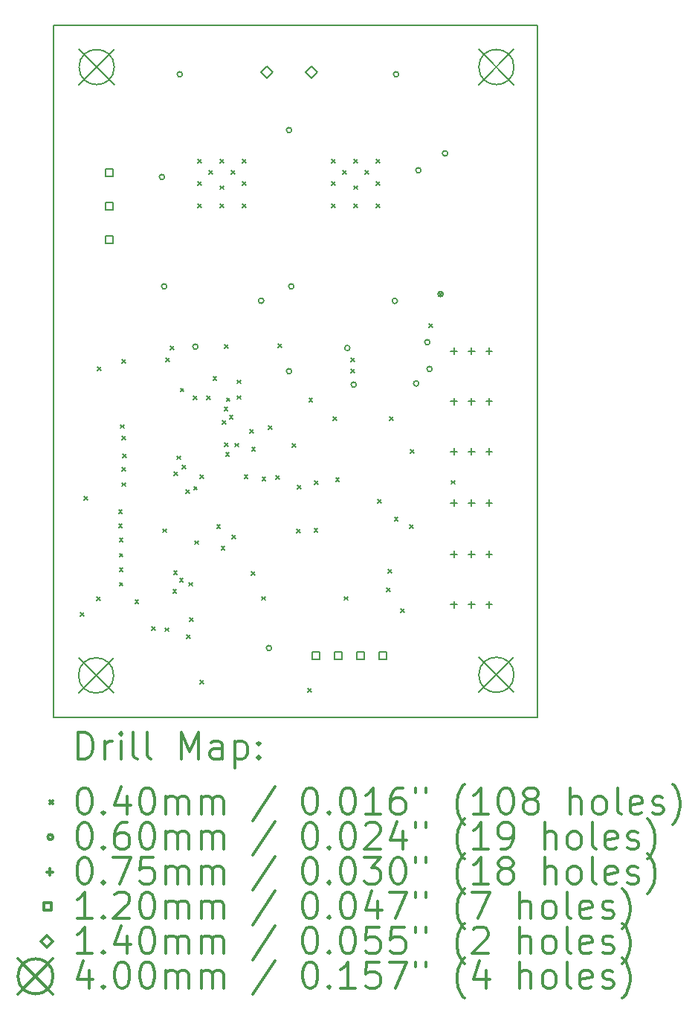
<source format=gbr>
%FSLAX45Y45*%
G04 Gerber Fmt 4.5, Leading zero omitted, Abs format (unit mm)*
G04 Created by KiCad (PCBNEW 5.0.2+dfsg1-1~bpo9+1) date mer. 22 janv. 2020 15:14:50 CET*
%MOMM*%
%LPD*%
G01*
G04 APERTURE LIST*
%ADD10C,0.150000*%
%ADD11C,0.200000*%
%ADD12C,0.300000*%
G04 APERTURE END LIST*
D10*
X17259300Y-1752600D02*
X17272000Y-1752600D01*
X17259300Y-9626600D02*
X17259300Y-1752600D01*
X22771100Y-9626600D02*
X17259300Y-9626600D01*
X22771100Y-1752600D02*
X22771100Y-9626600D01*
X17272000Y-1752600D02*
X22771100Y-1752600D01*
D11*
X17563150Y-8438200D02*
X17603150Y-8478200D01*
X17603150Y-8438200D02*
X17563150Y-8478200D01*
X17607600Y-7117400D02*
X17647600Y-7157400D01*
X17647600Y-7117400D02*
X17607600Y-7157400D01*
X17747300Y-8260400D02*
X17787300Y-8300400D01*
X17787300Y-8260400D02*
X17747300Y-8300400D01*
X17760000Y-5644200D02*
X17800000Y-5684200D01*
X17800000Y-5644200D02*
X17760000Y-5684200D01*
X18000021Y-7264751D02*
X18040021Y-7304751D01*
X18040021Y-7264751D02*
X18000021Y-7304751D01*
X18000021Y-7426239D02*
X18040021Y-7466239D01*
X18040021Y-7426239D02*
X18000021Y-7466239D01*
X18006371Y-7591339D02*
X18046371Y-7631339D01*
X18046371Y-7591339D02*
X18006371Y-7631339D01*
X18006371Y-7762789D02*
X18046371Y-7802789D01*
X18046371Y-7762789D02*
X18006371Y-7802789D01*
X18006371Y-7925151D02*
X18046371Y-7965151D01*
X18046371Y-7925151D02*
X18006371Y-7965151D01*
X18006371Y-8092989D02*
X18046371Y-8132989D01*
X18046371Y-8092989D02*
X18006371Y-8132989D01*
X18020350Y-6298250D02*
X18060350Y-6338250D01*
X18060350Y-6298250D02*
X18020350Y-6338250D01*
X18038459Y-6426191D02*
X18078459Y-6466191D01*
X18078459Y-6426191D02*
X18038459Y-6466191D01*
X18039400Y-5555300D02*
X18079400Y-5595300D01*
X18079400Y-5555300D02*
X18039400Y-5595300D01*
X18039400Y-6787200D02*
X18079400Y-6827200D01*
X18079400Y-6787200D02*
X18039400Y-6827200D01*
X18039400Y-6958650D02*
X18079400Y-6998650D01*
X18079400Y-6958650D02*
X18039400Y-6998650D01*
X18045750Y-6634800D02*
X18085750Y-6674800D01*
X18085750Y-6634800D02*
X18045750Y-6674800D01*
X18185450Y-8292150D02*
X18225450Y-8332150D01*
X18225450Y-8292150D02*
X18185450Y-8332150D01*
X18376051Y-8595300D02*
X18416051Y-8635300D01*
X18416051Y-8595300D02*
X18376051Y-8635300D01*
X18501671Y-7483389D02*
X18541671Y-7523389D01*
X18541671Y-7483389D02*
X18501671Y-7523389D01*
X18528350Y-8609650D02*
X18568350Y-8649650D01*
X18568350Y-8609650D02*
X18528350Y-8649650D01*
X18536934Y-5540366D02*
X18576934Y-5580366D01*
X18576934Y-5540366D02*
X18536934Y-5580366D01*
X18585500Y-5402900D02*
X18625500Y-5442900D01*
X18625500Y-5402900D02*
X18585500Y-5442900D01*
X18617250Y-8171500D02*
X18657250Y-8211500D01*
X18657250Y-8171500D02*
X18617250Y-8211500D01*
X18625301Y-7963651D02*
X18665301Y-8003651D01*
X18665301Y-7963651D02*
X18625301Y-8003651D01*
X18629950Y-6838000D02*
X18669950Y-6878000D01*
X18669950Y-6838000D02*
X18629950Y-6878000D01*
X18661700Y-6653850D02*
X18701700Y-6693850D01*
X18701700Y-6653850D02*
X18661700Y-6693850D01*
X18692251Y-8048537D02*
X18732251Y-8088537D01*
X18732251Y-8048537D02*
X18692251Y-8088537D01*
X18700999Y-5882450D02*
X18740999Y-5922450D01*
X18740999Y-5882450D02*
X18700999Y-5922450D01*
X18720049Y-6761800D02*
X18760049Y-6801800D01*
X18760049Y-6761800D02*
X18720049Y-6801800D01*
X18764052Y-7041059D02*
X18804052Y-7081059D01*
X18804052Y-7041059D02*
X18764052Y-7081059D01*
X18776000Y-8692200D02*
X18816000Y-8732200D01*
X18816000Y-8692200D02*
X18776000Y-8732200D01*
X18798035Y-8092520D02*
X18838035Y-8132520D01*
X18838035Y-8092520D02*
X18798035Y-8132520D01*
X18807750Y-8495350D02*
X18847750Y-8535350D01*
X18847750Y-8495350D02*
X18807750Y-8535350D01*
X18851001Y-5969277D02*
X18891001Y-6009277D01*
X18891001Y-5969277D02*
X18851001Y-6009277D01*
X18854997Y-6999475D02*
X18894997Y-7039475D01*
X18894997Y-6999475D02*
X18854997Y-7039475D01*
X18866099Y-7619050D02*
X18906099Y-7659050D01*
X18906099Y-7619050D02*
X18866099Y-7659050D01*
X18903000Y-3282000D02*
X18943000Y-3322000D01*
X18943000Y-3282000D02*
X18903000Y-3322000D01*
X18903000Y-3536000D02*
X18943000Y-3576000D01*
X18943000Y-3536000D02*
X18903000Y-3576000D01*
X18903000Y-3790000D02*
X18943000Y-3830000D01*
X18943000Y-3790000D02*
X18903000Y-3830000D01*
X18928400Y-6869750D02*
X18968400Y-6909750D01*
X18968400Y-6869750D02*
X18928400Y-6909750D01*
X18928400Y-9206550D02*
X18968400Y-9246550D01*
X18968400Y-9206550D02*
X18928400Y-9246550D01*
X19004600Y-5974400D02*
X19044600Y-6014400D01*
X19044600Y-5974400D02*
X19004600Y-6014400D01*
X19030000Y-3409000D02*
X19070000Y-3449000D01*
X19070000Y-3409000D02*
X19030000Y-3449000D01*
X19074450Y-5752150D02*
X19114450Y-5792150D01*
X19114450Y-5752150D02*
X19074450Y-5792150D01*
X19117701Y-7434347D02*
X19157701Y-7474347D01*
X19157701Y-7434347D02*
X19117701Y-7474347D01*
X19157000Y-3282000D02*
X19197000Y-3322000D01*
X19197000Y-3282000D02*
X19157000Y-3322000D01*
X19157000Y-3579500D02*
X19197000Y-3619500D01*
X19197000Y-3579500D02*
X19157000Y-3619500D01*
X19157000Y-3790000D02*
X19197000Y-3830000D01*
X19197000Y-3790000D02*
X19157000Y-3830000D01*
X19168501Y-7680840D02*
X19208501Y-7720840D01*
X19208501Y-7680840D02*
X19168501Y-7720840D01*
X19181201Y-6253800D02*
X19221201Y-6293800D01*
X19221201Y-6253800D02*
X19181201Y-6293800D01*
X19201450Y-6101400D02*
X19241450Y-6141400D01*
X19241450Y-6101400D02*
X19201450Y-6141400D01*
X19204289Y-6506852D02*
X19244289Y-6546852D01*
X19244289Y-6506852D02*
X19204289Y-6546852D01*
X19207800Y-5390200D02*
X19247800Y-5430200D01*
X19247800Y-5390200D02*
X19207800Y-5430200D01*
X19217703Y-6617744D02*
X19257703Y-6657744D01*
X19257703Y-6617744D02*
X19217703Y-6657744D01*
X19226850Y-5993450D02*
X19266850Y-6033450D01*
X19266850Y-5993450D02*
X19226850Y-6033450D01*
X19226850Y-5993450D02*
X19266850Y-6033450D01*
X19266850Y-5993450D02*
X19226850Y-6033450D01*
X19259415Y-6191488D02*
X19299415Y-6231488D01*
X19299415Y-6191488D02*
X19259415Y-6231488D01*
X19284000Y-3409000D02*
X19324000Y-3449000D01*
X19324000Y-3409000D02*
X19284000Y-3449000D01*
X19287303Y-7552525D02*
X19327303Y-7592525D01*
X19327303Y-7552525D02*
X19287303Y-7592525D01*
X19326872Y-6509844D02*
X19366872Y-6549844D01*
X19366872Y-6509844D02*
X19326872Y-6549844D01*
X19347500Y-5790250D02*
X19387500Y-5830250D01*
X19387500Y-5790250D02*
X19347500Y-5830250D01*
X19347500Y-5968050D02*
X19387500Y-6008050D01*
X19387500Y-5968050D02*
X19347500Y-6008050D01*
X19411000Y-3282000D02*
X19451000Y-3322000D01*
X19451000Y-3282000D02*
X19411000Y-3322000D01*
X19411000Y-3536000D02*
X19451000Y-3576000D01*
X19451000Y-3536000D02*
X19411000Y-3576000D01*
X19411000Y-3790000D02*
X19451000Y-3830000D01*
X19451000Y-3790000D02*
X19411000Y-3830000D01*
X19430050Y-6869750D02*
X19470050Y-6909750D01*
X19470050Y-6869750D02*
X19430050Y-6909750D01*
X19493550Y-6355526D02*
X19533550Y-6395526D01*
X19533550Y-6355526D02*
X19493550Y-6395526D01*
X19512600Y-7968300D02*
X19552600Y-8008300D01*
X19552600Y-7968300D02*
X19512600Y-8008300D01*
X19513597Y-6555529D02*
X19553597Y-6595529D01*
X19553597Y-6555529D02*
X19513597Y-6595529D01*
X19626900Y-8254050D02*
X19666900Y-8294050D01*
X19666900Y-8254050D02*
X19626900Y-8294050D01*
X19633250Y-6895150D02*
X19673250Y-6935150D01*
X19673250Y-6895150D02*
X19633250Y-6935150D01*
X19703100Y-6310950D02*
X19743100Y-6350950D01*
X19743100Y-6310950D02*
X19703100Y-6350950D01*
X19786851Y-6877167D02*
X19826851Y-6917167D01*
X19826851Y-6877167D02*
X19786851Y-6917167D01*
X19817400Y-5377500D02*
X19857400Y-5417500D01*
X19857400Y-5377500D02*
X19817400Y-5417500D01*
X19976150Y-6514150D02*
X20016150Y-6554150D01*
X20016150Y-6514150D02*
X19976150Y-6554150D01*
X20026950Y-7485700D02*
X20066950Y-7525700D01*
X20066950Y-7485700D02*
X20026950Y-7525700D01*
X20037157Y-6984789D02*
X20077157Y-7024789D01*
X20077157Y-6984789D02*
X20037157Y-7024789D01*
X20153950Y-9301800D02*
X20193950Y-9341800D01*
X20193950Y-9301800D02*
X20153950Y-9341800D01*
X20166650Y-5999800D02*
X20206650Y-6039800D01*
X20206650Y-5999800D02*
X20166650Y-6039800D01*
X20225091Y-7476721D02*
X20265091Y-7516721D01*
X20265091Y-7476721D02*
X20225091Y-7516721D01*
X20228951Y-6934157D02*
X20268951Y-6974157D01*
X20268951Y-6934157D02*
X20228951Y-6974157D01*
X20427000Y-3282000D02*
X20467000Y-3322000D01*
X20467000Y-3282000D02*
X20427000Y-3322000D01*
X20427000Y-3536000D02*
X20467000Y-3576000D01*
X20467000Y-3536000D02*
X20427000Y-3576000D01*
X20427000Y-3790000D02*
X20467000Y-3830000D01*
X20467000Y-3790000D02*
X20427000Y-3830000D01*
X20441100Y-6209350D02*
X20481100Y-6249350D01*
X20481100Y-6209350D02*
X20441100Y-6249350D01*
X20471700Y-6901500D02*
X20511700Y-6941500D01*
X20511700Y-6901500D02*
X20471700Y-6941500D01*
X20554000Y-3409000D02*
X20594000Y-3449000D01*
X20594000Y-3409000D02*
X20554000Y-3449000D01*
X20566700Y-8254050D02*
X20606700Y-8294050D01*
X20606700Y-8254050D02*
X20566700Y-8294050D01*
X20642900Y-5542600D02*
X20682900Y-5582600D01*
X20682900Y-5542600D02*
X20642900Y-5582600D01*
X20642900Y-5669600D02*
X20682900Y-5709600D01*
X20682900Y-5669600D02*
X20642900Y-5709600D01*
X20681000Y-3282000D02*
X20721000Y-3322000D01*
X20721000Y-3282000D02*
X20681000Y-3322000D01*
X20681000Y-3579500D02*
X20721000Y-3619500D01*
X20721000Y-3579500D02*
X20681000Y-3619500D01*
X20681000Y-3790000D02*
X20721000Y-3830000D01*
X20721000Y-3790000D02*
X20681000Y-3830000D01*
X20808000Y-3409000D02*
X20848000Y-3449000D01*
X20848000Y-3409000D02*
X20808000Y-3449000D01*
X20935000Y-3282000D02*
X20975000Y-3322000D01*
X20975000Y-3282000D02*
X20935000Y-3322000D01*
X20935000Y-3536000D02*
X20975000Y-3576000D01*
X20975000Y-3536000D02*
X20935000Y-3576000D01*
X20935000Y-3790000D02*
X20975000Y-3830000D01*
X20975000Y-3790000D02*
X20935000Y-3830000D01*
X20947700Y-7151502D02*
X20987700Y-7191502D01*
X20987700Y-7151502D02*
X20947700Y-7191502D01*
X21049300Y-8158800D02*
X21089300Y-8198800D01*
X21089300Y-8158800D02*
X21049300Y-8198800D01*
X21068350Y-7942900D02*
X21108350Y-7982900D01*
X21108350Y-7942900D02*
X21068350Y-7982900D01*
X21087400Y-6209350D02*
X21127400Y-6249350D01*
X21127400Y-6209350D02*
X21087400Y-6249350D01*
X21139399Y-7352350D02*
X21179399Y-7392350D01*
X21179399Y-7352350D02*
X21139399Y-7392350D01*
X21214400Y-8393750D02*
X21254400Y-8433750D01*
X21254400Y-8393750D02*
X21214400Y-8433750D01*
X21316000Y-7434900D02*
X21356000Y-7474900D01*
X21356000Y-7434900D02*
X21316000Y-7474900D01*
X21324000Y-6582600D02*
X21364000Y-6622600D01*
X21364000Y-6582600D02*
X21324000Y-6622600D01*
X21531900Y-5148900D02*
X21571900Y-5188900D01*
X21571900Y-5148900D02*
X21531900Y-5188900D01*
X21646200Y-4791900D02*
X21686200Y-4831900D01*
X21686200Y-4791900D02*
X21646200Y-4831900D01*
X21785900Y-6933250D02*
X21825900Y-6973250D01*
X21825900Y-6933250D02*
X21785900Y-6973250D01*
X18521200Y-3479800D02*
G75*
G03X18521200Y-3479800I-30000J0D01*
G01*
X18546600Y-4724400D02*
G75*
G03X18546600Y-4724400I-30000J0D01*
G01*
X18724400Y-2311400D02*
G75*
G03X18724400Y-2311400I-30000J0D01*
G01*
X18902200Y-5410200D02*
G75*
G03X18902200Y-5410200I-30000J0D01*
G01*
X19651500Y-4888000D02*
G75*
G03X19651500Y-4888000I-30000J0D01*
G01*
X19740400Y-8839200D02*
G75*
G03X19740400Y-8839200I-30000J0D01*
G01*
X19969000Y-2946400D02*
G75*
G03X19969000Y-2946400I-30000J0D01*
G01*
X19969000Y-5689600D02*
G75*
G03X19969000Y-5689600I-30000J0D01*
G01*
X19994400Y-4724400D02*
G75*
G03X19994400Y-4724400I-30000J0D01*
G01*
X20633093Y-5425193D02*
G75*
G03X20633093Y-5425193I-30000J0D01*
G01*
X20705600Y-5842000D02*
G75*
G03X20705600Y-5842000I-30000J0D01*
G01*
X21175500Y-4889500D02*
G75*
G03X21175500Y-4889500I-30000J0D01*
G01*
X21188200Y-2311400D02*
G75*
G03X21188200Y-2311400I-30000J0D01*
G01*
X21416800Y-5829549D02*
G75*
G03X21416800Y-5829549I-30000J0D01*
G01*
X21442200Y-3403600D02*
G75*
G03X21442200Y-3403600I-30000J0D01*
G01*
X21543800Y-5359400D02*
G75*
G03X21543800Y-5359400I-30000J0D01*
G01*
X21569200Y-5664200D02*
G75*
G03X21569200Y-5664200I-30000J0D01*
G01*
X21696200Y-4811900D02*
G75*
G03X21696200Y-4811900I-30000J0D01*
G01*
X21747000Y-3211700D02*
G75*
G03X21747000Y-3211700I-30000J0D01*
G01*
X21818600Y-7150700D02*
X21818600Y-7225700D01*
X21781100Y-7188200D02*
X21856100Y-7188200D01*
X22018600Y-7150700D02*
X22018600Y-7225700D01*
X21981100Y-7188200D02*
X22056100Y-7188200D01*
X22218600Y-7150700D02*
X22218600Y-7225700D01*
X22181100Y-7188200D02*
X22256100Y-7188200D01*
X21818600Y-8306400D02*
X21818600Y-8381400D01*
X21781100Y-8343900D02*
X21856100Y-8343900D01*
X22018600Y-8306400D02*
X22018600Y-8381400D01*
X21981100Y-8343900D02*
X22056100Y-8343900D01*
X22218600Y-8306400D02*
X22218600Y-8381400D01*
X22181100Y-8343900D02*
X22256100Y-8343900D01*
X21818600Y-5423500D02*
X21818600Y-5498500D01*
X21781100Y-5461000D02*
X21856100Y-5461000D01*
X22018600Y-5423500D02*
X22018600Y-5498500D01*
X21981100Y-5461000D02*
X22056100Y-5461000D01*
X22218600Y-5423500D02*
X22218600Y-5498500D01*
X22181100Y-5461000D02*
X22256100Y-5461000D01*
X21818600Y-6566500D02*
X21818600Y-6641500D01*
X21781100Y-6604000D02*
X21856100Y-6604000D01*
X22018600Y-6566500D02*
X22018600Y-6641500D01*
X21981100Y-6604000D02*
X22056100Y-6604000D01*
X22218600Y-6566500D02*
X22218600Y-6641500D01*
X22181100Y-6604000D02*
X22256100Y-6604000D01*
X21818600Y-5995000D02*
X21818600Y-6070000D01*
X21781100Y-6032500D02*
X21856100Y-6032500D01*
X22018600Y-5995000D02*
X22018600Y-6070000D01*
X21981100Y-6032500D02*
X22056100Y-6032500D01*
X22218600Y-5995000D02*
X22218600Y-6070000D01*
X22181100Y-6032500D02*
X22256100Y-6032500D01*
X21818600Y-7734900D02*
X21818600Y-7809900D01*
X21781100Y-7772400D02*
X21856100Y-7772400D01*
X22018600Y-7734900D02*
X22018600Y-7809900D01*
X21981100Y-7772400D02*
X22056100Y-7772400D01*
X22218600Y-7734900D02*
X22218600Y-7809900D01*
X22181100Y-7772400D02*
X22256100Y-7772400D01*
X17936727Y-3471427D02*
X17936727Y-3386573D01*
X17851873Y-3386573D01*
X17851873Y-3471427D01*
X17936727Y-3471427D01*
X17936727Y-3852427D02*
X17936727Y-3767573D01*
X17851873Y-3767573D01*
X17851873Y-3852427D01*
X17936727Y-3852427D01*
X17936727Y-4233427D02*
X17936727Y-4148573D01*
X17851873Y-4148573D01*
X17851873Y-4233427D01*
X17936727Y-4233427D01*
X20286227Y-8970527D02*
X20286227Y-8885673D01*
X20201373Y-8885673D01*
X20201373Y-8970527D01*
X20286227Y-8970527D01*
X20540227Y-8970527D02*
X20540227Y-8885673D01*
X20455373Y-8885673D01*
X20455373Y-8970527D01*
X20540227Y-8970527D01*
X20794227Y-8970527D02*
X20794227Y-8885673D01*
X20709373Y-8885673D01*
X20709373Y-8970527D01*
X20794227Y-8970527D01*
X21048227Y-8970527D02*
X21048227Y-8885673D01*
X20963373Y-8885673D01*
X20963373Y-8970527D01*
X21048227Y-8970527D01*
X19685000Y-2356000D02*
X19755000Y-2286000D01*
X19685000Y-2216000D01*
X19615000Y-2286000D01*
X19685000Y-2356000D01*
X20193000Y-2356000D02*
X20263000Y-2286000D01*
X20193000Y-2216000D01*
X20123000Y-2286000D01*
X20193000Y-2356000D01*
X17541900Y-8950350D02*
X17941900Y-9350350D01*
X17941900Y-8950350D02*
X17541900Y-9350350D01*
X17941900Y-9150350D02*
G75*
G03X17941900Y-9150350I-200000J0D01*
G01*
X17548250Y-2028850D02*
X17948250Y-2428850D01*
X17948250Y-2028850D02*
X17548250Y-2428850D01*
X17948250Y-2228850D02*
G75*
G03X17948250Y-2228850I-200000J0D01*
G01*
X22101200Y-2028850D02*
X22501200Y-2428850D01*
X22501200Y-2028850D02*
X22101200Y-2428850D01*
X22501200Y-2228850D02*
G75*
G03X22501200Y-2228850I-200000J0D01*
G01*
X22101200Y-8944000D02*
X22501200Y-9344000D01*
X22501200Y-8944000D02*
X22101200Y-9344000D01*
X22501200Y-9144000D02*
G75*
G03X22501200Y-9144000I-200000J0D01*
G01*
D12*
X17538228Y-10099814D02*
X17538228Y-9799814D01*
X17609657Y-9799814D01*
X17652514Y-9814100D01*
X17681086Y-9842672D01*
X17695371Y-9871243D01*
X17709657Y-9928386D01*
X17709657Y-9971243D01*
X17695371Y-10028386D01*
X17681086Y-10056957D01*
X17652514Y-10085529D01*
X17609657Y-10099814D01*
X17538228Y-10099814D01*
X17838228Y-10099814D02*
X17838228Y-9899814D01*
X17838228Y-9956957D02*
X17852514Y-9928386D01*
X17866800Y-9914100D01*
X17895371Y-9899814D01*
X17923943Y-9899814D01*
X18023943Y-10099814D02*
X18023943Y-9899814D01*
X18023943Y-9799814D02*
X18009657Y-9814100D01*
X18023943Y-9828386D01*
X18038228Y-9814100D01*
X18023943Y-9799814D01*
X18023943Y-9828386D01*
X18209657Y-10099814D02*
X18181086Y-10085529D01*
X18166800Y-10056957D01*
X18166800Y-9799814D01*
X18366800Y-10099814D02*
X18338228Y-10085529D01*
X18323943Y-10056957D01*
X18323943Y-9799814D01*
X18709657Y-10099814D02*
X18709657Y-9799814D01*
X18809657Y-10014100D01*
X18909657Y-9799814D01*
X18909657Y-10099814D01*
X19181086Y-10099814D02*
X19181086Y-9942672D01*
X19166800Y-9914100D01*
X19138228Y-9899814D01*
X19081086Y-9899814D01*
X19052514Y-9914100D01*
X19181086Y-10085529D02*
X19152514Y-10099814D01*
X19081086Y-10099814D01*
X19052514Y-10085529D01*
X19038228Y-10056957D01*
X19038228Y-10028386D01*
X19052514Y-9999814D01*
X19081086Y-9985529D01*
X19152514Y-9985529D01*
X19181086Y-9971243D01*
X19323943Y-9899814D02*
X19323943Y-10199814D01*
X19323943Y-9914100D02*
X19352514Y-9899814D01*
X19409657Y-9899814D01*
X19438228Y-9914100D01*
X19452514Y-9928386D01*
X19466800Y-9956957D01*
X19466800Y-10042672D01*
X19452514Y-10071243D01*
X19438228Y-10085529D01*
X19409657Y-10099814D01*
X19352514Y-10099814D01*
X19323943Y-10085529D01*
X19595371Y-10071243D02*
X19609657Y-10085529D01*
X19595371Y-10099814D01*
X19581086Y-10085529D01*
X19595371Y-10071243D01*
X19595371Y-10099814D01*
X19595371Y-9914100D02*
X19609657Y-9928386D01*
X19595371Y-9942672D01*
X19581086Y-9928386D01*
X19595371Y-9914100D01*
X19595371Y-9942672D01*
X17211800Y-10574100D02*
X17251800Y-10614100D01*
X17251800Y-10574100D02*
X17211800Y-10614100D01*
X17595371Y-10429814D02*
X17623943Y-10429814D01*
X17652514Y-10444100D01*
X17666800Y-10458386D01*
X17681086Y-10486957D01*
X17695371Y-10544100D01*
X17695371Y-10615529D01*
X17681086Y-10672672D01*
X17666800Y-10701243D01*
X17652514Y-10715529D01*
X17623943Y-10729814D01*
X17595371Y-10729814D01*
X17566800Y-10715529D01*
X17552514Y-10701243D01*
X17538228Y-10672672D01*
X17523943Y-10615529D01*
X17523943Y-10544100D01*
X17538228Y-10486957D01*
X17552514Y-10458386D01*
X17566800Y-10444100D01*
X17595371Y-10429814D01*
X17823943Y-10701243D02*
X17838228Y-10715529D01*
X17823943Y-10729814D01*
X17809657Y-10715529D01*
X17823943Y-10701243D01*
X17823943Y-10729814D01*
X18095371Y-10529814D02*
X18095371Y-10729814D01*
X18023943Y-10415529D02*
X17952514Y-10629814D01*
X18138228Y-10629814D01*
X18309657Y-10429814D02*
X18338228Y-10429814D01*
X18366800Y-10444100D01*
X18381086Y-10458386D01*
X18395371Y-10486957D01*
X18409657Y-10544100D01*
X18409657Y-10615529D01*
X18395371Y-10672672D01*
X18381086Y-10701243D01*
X18366800Y-10715529D01*
X18338228Y-10729814D01*
X18309657Y-10729814D01*
X18281086Y-10715529D01*
X18266800Y-10701243D01*
X18252514Y-10672672D01*
X18238228Y-10615529D01*
X18238228Y-10544100D01*
X18252514Y-10486957D01*
X18266800Y-10458386D01*
X18281086Y-10444100D01*
X18309657Y-10429814D01*
X18538228Y-10729814D02*
X18538228Y-10529814D01*
X18538228Y-10558386D02*
X18552514Y-10544100D01*
X18581086Y-10529814D01*
X18623943Y-10529814D01*
X18652514Y-10544100D01*
X18666800Y-10572672D01*
X18666800Y-10729814D01*
X18666800Y-10572672D02*
X18681086Y-10544100D01*
X18709657Y-10529814D01*
X18752514Y-10529814D01*
X18781086Y-10544100D01*
X18795371Y-10572672D01*
X18795371Y-10729814D01*
X18938228Y-10729814D02*
X18938228Y-10529814D01*
X18938228Y-10558386D02*
X18952514Y-10544100D01*
X18981086Y-10529814D01*
X19023943Y-10529814D01*
X19052514Y-10544100D01*
X19066800Y-10572672D01*
X19066800Y-10729814D01*
X19066800Y-10572672D02*
X19081086Y-10544100D01*
X19109657Y-10529814D01*
X19152514Y-10529814D01*
X19181086Y-10544100D01*
X19195371Y-10572672D01*
X19195371Y-10729814D01*
X19781086Y-10415529D02*
X19523943Y-10801243D01*
X20166800Y-10429814D02*
X20195371Y-10429814D01*
X20223943Y-10444100D01*
X20238228Y-10458386D01*
X20252514Y-10486957D01*
X20266800Y-10544100D01*
X20266800Y-10615529D01*
X20252514Y-10672672D01*
X20238228Y-10701243D01*
X20223943Y-10715529D01*
X20195371Y-10729814D01*
X20166800Y-10729814D01*
X20138228Y-10715529D01*
X20123943Y-10701243D01*
X20109657Y-10672672D01*
X20095371Y-10615529D01*
X20095371Y-10544100D01*
X20109657Y-10486957D01*
X20123943Y-10458386D01*
X20138228Y-10444100D01*
X20166800Y-10429814D01*
X20395371Y-10701243D02*
X20409657Y-10715529D01*
X20395371Y-10729814D01*
X20381086Y-10715529D01*
X20395371Y-10701243D01*
X20395371Y-10729814D01*
X20595371Y-10429814D02*
X20623943Y-10429814D01*
X20652514Y-10444100D01*
X20666800Y-10458386D01*
X20681086Y-10486957D01*
X20695371Y-10544100D01*
X20695371Y-10615529D01*
X20681086Y-10672672D01*
X20666800Y-10701243D01*
X20652514Y-10715529D01*
X20623943Y-10729814D01*
X20595371Y-10729814D01*
X20566800Y-10715529D01*
X20552514Y-10701243D01*
X20538228Y-10672672D01*
X20523943Y-10615529D01*
X20523943Y-10544100D01*
X20538228Y-10486957D01*
X20552514Y-10458386D01*
X20566800Y-10444100D01*
X20595371Y-10429814D01*
X20981086Y-10729814D02*
X20809657Y-10729814D01*
X20895371Y-10729814D02*
X20895371Y-10429814D01*
X20866800Y-10472672D01*
X20838228Y-10501243D01*
X20809657Y-10515529D01*
X21238228Y-10429814D02*
X21181086Y-10429814D01*
X21152514Y-10444100D01*
X21138228Y-10458386D01*
X21109657Y-10501243D01*
X21095371Y-10558386D01*
X21095371Y-10672672D01*
X21109657Y-10701243D01*
X21123943Y-10715529D01*
X21152514Y-10729814D01*
X21209657Y-10729814D01*
X21238228Y-10715529D01*
X21252514Y-10701243D01*
X21266800Y-10672672D01*
X21266800Y-10601243D01*
X21252514Y-10572672D01*
X21238228Y-10558386D01*
X21209657Y-10544100D01*
X21152514Y-10544100D01*
X21123943Y-10558386D01*
X21109657Y-10572672D01*
X21095371Y-10601243D01*
X21381086Y-10429814D02*
X21381086Y-10486957D01*
X21495371Y-10429814D02*
X21495371Y-10486957D01*
X21938228Y-10844100D02*
X21923943Y-10829814D01*
X21895371Y-10786957D01*
X21881086Y-10758386D01*
X21866800Y-10715529D01*
X21852514Y-10644100D01*
X21852514Y-10586957D01*
X21866800Y-10515529D01*
X21881086Y-10472672D01*
X21895371Y-10444100D01*
X21923943Y-10401243D01*
X21938228Y-10386957D01*
X22209657Y-10729814D02*
X22038228Y-10729814D01*
X22123943Y-10729814D02*
X22123943Y-10429814D01*
X22095371Y-10472672D01*
X22066800Y-10501243D01*
X22038228Y-10515529D01*
X22395371Y-10429814D02*
X22423943Y-10429814D01*
X22452514Y-10444100D01*
X22466800Y-10458386D01*
X22481086Y-10486957D01*
X22495371Y-10544100D01*
X22495371Y-10615529D01*
X22481086Y-10672672D01*
X22466800Y-10701243D01*
X22452514Y-10715529D01*
X22423943Y-10729814D01*
X22395371Y-10729814D01*
X22366800Y-10715529D01*
X22352514Y-10701243D01*
X22338228Y-10672672D01*
X22323943Y-10615529D01*
X22323943Y-10544100D01*
X22338228Y-10486957D01*
X22352514Y-10458386D01*
X22366800Y-10444100D01*
X22395371Y-10429814D01*
X22666800Y-10558386D02*
X22638228Y-10544100D01*
X22623943Y-10529814D01*
X22609657Y-10501243D01*
X22609657Y-10486957D01*
X22623943Y-10458386D01*
X22638228Y-10444100D01*
X22666800Y-10429814D01*
X22723943Y-10429814D01*
X22752514Y-10444100D01*
X22766800Y-10458386D01*
X22781086Y-10486957D01*
X22781086Y-10501243D01*
X22766800Y-10529814D01*
X22752514Y-10544100D01*
X22723943Y-10558386D01*
X22666800Y-10558386D01*
X22638228Y-10572672D01*
X22623943Y-10586957D01*
X22609657Y-10615529D01*
X22609657Y-10672672D01*
X22623943Y-10701243D01*
X22638228Y-10715529D01*
X22666800Y-10729814D01*
X22723943Y-10729814D01*
X22752514Y-10715529D01*
X22766800Y-10701243D01*
X22781086Y-10672672D01*
X22781086Y-10615529D01*
X22766800Y-10586957D01*
X22752514Y-10572672D01*
X22723943Y-10558386D01*
X23138228Y-10729814D02*
X23138228Y-10429814D01*
X23266800Y-10729814D02*
X23266800Y-10572672D01*
X23252514Y-10544100D01*
X23223943Y-10529814D01*
X23181086Y-10529814D01*
X23152514Y-10544100D01*
X23138228Y-10558386D01*
X23452514Y-10729814D02*
X23423943Y-10715529D01*
X23409657Y-10701243D01*
X23395371Y-10672672D01*
X23395371Y-10586957D01*
X23409657Y-10558386D01*
X23423943Y-10544100D01*
X23452514Y-10529814D01*
X23495371Y-10529814D01*
X23523943Y-10544100D01*
X23538228Y-10558386D01*
X23552514Y-10586957D01*
X23552514Y-10672672D01*
X23538228Y-10701243D01*
X23523943Y-10715529D01*
X23495371Y-10729814D01*
X23452514Y-10729814D01*
X23723943Y-10729814D02*
X23695371Y-10715529D01*
X23681086Y-10686957D01*
X23681086Y-10429814D01*
X23952514Y-10715529D02*
X23923943Y-10729814D01*
X23866800Y-10729814D01*
X23838228Y-10715529D01*
X23823943Y-10686957D01*
X23823943Y-10572672D01*
X23838228Y-10544100D01*
X23866800Y-10529814D01*
X23923943Y-10529814D01*
X23952514Y-10544100D01*
X23966800Y-10572672D01*
X23966800Y-10601243D01*
X23823943Y-10629814D01*
X24081086Y-10715529D02*
X24109657Y-10729814D01*
X24166800Y-10729814D01*
X24195371Y-10715529D01*
X24209657Y-10686957D01*
X24209657Y-10672672D01*
X24195371Y-10644100D01*
X24166800Y-10629814D01*
X24123943Y-10629814D01*
X24095371Y-10615529D01*
X24081086Y-10586957D01*
X24081086Y-10572672D01*
X24095371Y-10544100D01*
X24123943Y-10529814D01*
X24166800Y-10529814D01*
X24195371Y-10544100D01*
X24309657Y-10844100D02*
X24323943Y-10829814D01*
X24352514Y-10786957D01*
X24366800Y-10758386D01*
X24381086Y-10715529D01*
X24395371Y-10644100D01*
X24395371Y-10586957D01*
X24381086Y-10515529D01*
X24366800Y-10472672D01*
X24352514Y-10444100D01*
X24323943Y-10401243D01*
X24309657Y-10386957D01*
X17251800Y-10990100D02*
G75*
G03X17251800Y-10990100I-30000J0D01*
G01*
X17595371Y-10825814D02*
X17623943Y-10825814D01*
X17652514Y-10840100D01*
X17666800Y-10854386D01*
X17681086Y-10882957D01*
X17695371Y-10940100D01*
X17695371Y-11011529D01*
X17681086Y-11068672D01*
X17666800Y-11097243D01*
X17652514Y-11111529D01*
X17623943Y-11125814D01*
X17595371Y-11125814D01*
X17566800Y-11111529D01*
X17552514Y-11097243D01*
X17538228Y-11068672D01*
X17523943Y-11011529D01*
X17523943Y-10940100D01*
X17538228Y-10882957D01*
X17552514Y-10854386D01*
X17566800Y-10840100D01*
X17595371Y-10825814D01*
X17823943Y-11097243D02*
X17838228Y-11111529D01*
X17823943Y-11125814D01*
X17809657Y-11111529D01*
X17823943Y-11097243D01*
X17823943Y-11125814D01*
X18095371Y-10825814D02*
X18038228Y-10825814D01*
X18009657Y-10840100D01*
X17995371Y-10854386D01*
X17966800Y-10897243D01*
X17952514Y-10954386D01*
X17952514Y-11068672D01*
X17966800Y-11097243D01*
X17981086Y-11111529D01*
X18009657Y-11125814D01*
X18066800Y-11125814D01*
X18095371Y-11111529D01*
X18109657Y-11097243D01*
X18123943Y-11068672D01*
X18123943Y-10997243D01*
X18109657Y-10968672D01*
X18095371Y-10954386D01*
X18066800Y-10940100D01*
X18009657Y-10940100D01*
X17981086Y-10954386D01*
X17966800Y-10968672D01*
X17952514Y-10997243D01*
X18309657Y-10825814D02*
X18338228Y-10825814D01*
X18366800Y-10840100D01*
X18381086Y-10854386D01*
X18395371Y-10882957D01*
X18409657Y-10940100D01*
X18409657Y-11011529D01*
X18395371Y-11068672D01*
X18381086Y-11097243D01*
X18366800Y-11111529D01*
X18338228Y-11125814D01*
X18309657Y-11125814D01*
X18281086Y-11111529D01*
X18266800Y-11097243D01*
X18252514Y-11068672D01*
X18238228Y-11011529D01*
X18238228Y-10940100D01*
X18252514Y-10882957D01*
X18266800Y-10854386D01*
X18281086Y-10840100D01*
X18309657Y-10825814D01*
X18538228Y-11125814D02*
X18538228Y-10925814D01*
X18538228Y-10954386D02*
X18552514Y-10940100D01*
X18581086Y-10925814D01*
X18623943Y-10925814D01*
X18652514Y-10940100D01*
X18666800Y-10968672D01*
X18666800Y-11125814D01*
X18666800Y-10968672D02*
X18681086Y-10940100D01*
X18709657Y-10925814D01*
X18752514Y-10925814D01*
X18781086Y-10940100D01*
X18795371Y-10968672D01*
X18795371Y-11125814D01*
X18938228Y-11125814D02*
X18938228Y-10925814D01*
X18938228Y-10954386D02*
X18952514Y-10940100D01*
X18981086Y-10925814D01*
X19023943Y-10925814D01*
X19052514Y-10940100D01*
X19066800Y-10968672D01*
X19066800Y-11125814D01*
X19066800Y-10968672D02*
X19081086Y-10940100D01*
X19109657Y-10925814D01*
X19152514Y-10925814D01*
X19181086Y-10940100D01*
X19195371Y-10968672D01*
X19195371Y-11125814D01*
X19781086Y-10811529D02*
X19523943Y-11197243D01*
X20166800Y-10825814D02*
X20195371Y-10825814D01*
X20223943Y-10840100D01*
X20238228Y-10854386D01*
X20252514Y-10882957D01*
X20266800Y-10940100D01*
X20266800Y-11011529D01*
X20252514Y-11068672D01*
X20238228Y-11097243D01*
X20223943Y-11111529D01*
X20195371Y-11125814D01*
X20166800Y-11125814D01*
X20138228Y-11111529D01*
X20123943Y-11097243D01*
X20109657Y-11068672D01*
X20095371Y-11011529D01*
X20095371Y-10940100D01*
X20109657Y-10882957D01*
X20123943Y-10854386D01*
X20138228Y-10840100D01*
X20166800Y-10825814D01*
X20395371Y-11097243D02*
X20409657Y-11111529D01*
X20395371Y-11125814D01*
X20381086Y-11111529D01*
X20395371Y-11097243D01*
X20395371Y-11125814D01*
X20595371Y-10825814D02*
X20623943Y-10825814D01*
X20652514Y-10840100D01*
X20666800Y-10854386D01*
X20681086Y-10882957D01*
X20695371Y-10940100D01*
X20695371Y-11011529D01*
X20681086Y-11068672D01*
X20666800Y-11097243D01*
X20652514Y-11111529D01*
X20623943Y-11125814D01*
X20595371Y-11125814D01*
X20566800Y-11111529D01*
X20552514Y-11097243D01*
X20538228Y-11068672D01*
X20523943Y-11011529D01*
X20523943Y-10940100D01*
X20538228Y-10882957D01*
X20552514Y-10854386D01*
X20566800Y-10840100D01*
X20595371Y-10825814D01*
X20809657Y-10854386D02*
X20823943Y-10840100D01*
X20852514Y-10825814D01*
X20923943Y-10825814D01*
X20952514Y-10840100D01*
X20966800Y-10854386D01*
X20981086Y-10882957D01*
X20981086Y-10911529D01*
X20966800Y-10954386D01*
X20795371Y-11125814D01*
X20981086Y-11125814D01*
X21238228Y-10925814D02*
X21238228Y-11125814D01*
X21166800Y-10811529D02*
X21095371Y-11025814D01*
X21281086Y-11025814D01*
X21381086Y-10825814D02*
X21381086Y-10882957D01*
X21495371Y-10825814D02*
X21495371Y-10882957D01*
X21938228Y-11240100D02*
X21923943Y-11225814D01*
X21895371Y-11182957D01*
X21881086Y-11154386D01*
X21866800Y-11111529D01*
X21852514Y-11040100D01*
X21852514Y-10982957D01*
X21866800Y-10911529D01*
X21881086Y-10868672D01*
X21895371Y-10840100D01*
X21923943Y-10797243D01*
X21938228Y-10782957D01*
X22209657Y-11125814D02*
X22038228Y-11125814D01*
X22123943Y-11125814D02*
X22123943Y-10825814D01*
X22095371Y-10868672D01*
X22066800Y-10897243D01*
X22038228Y-10911529D01*
X22352514Y-11125814D02*
X22409657Y-11125814D01*
X22438228Y-11111529D01*
X22452514Y-11097243D01*
X22481086Y-11054386D01*
X22495371Y-10997243D01*
X22495371Y-10882957D01*
X22481086Y-10854386D01*
X22466800Y-10840100D01*
X22438228Y-10825814D01*
X22381086Y-10825814D01*
X22352514Y-10840100D01*
X22338228Y-10854386D01*
X22323943Y-10882957D01*
X22323943Y-10954386D01*
X22338228Y-10982957D01*
X22352514Y-10997243D01*
X22381086Y-11011529D01*
X22438228Y-11011529D01*
X22466800Y-10997243D01*
X22481086Y-10982957D01*
X22495371Y-10954386D01*
X22852514Y-11125814D02*
X22852514Y-10825814D01*
X22981086Y-11125814D02*
X22981086Y-10968672D01*
X22966800Y-10940100D01*
X22938228Y-10925814D01*
X22895371Y-10925814D01*
X22866800Y-10940100D01*
X22852514Y-10954386D01*
X23166800Y-11125814D02*
X23138228Y-11111529D01*
X23123943Y-11097243D01*
X23109657Y-11068672D01*
X23109657Y-10982957D01*
X23123943Y-10954386D01*
X23138228Y-10940100D01*
X23166800Y-10925814D01*
X23209657Y-10925814D01*
X23238228Y-10940100D01*
X23252514Y-10954386D01*
X23266800Y-10982957D01*
X23266800Y-11068672D01*
X23252514Y-11097243D01*
X23238228Y-11111529D01*
X23209657Y-11125814D01*
X23166800Y-11125814D01*
X23438228Y-11125814D02*
X23409657Y-11111529D01*
X23395371Y-11082957D01*
X23395371Y-10825814D01*
X23666800Y-11111529D02*
X23638228Y-11125814D01*
X23581086Y-11125814D01*
X23552514Y-11111529D01*
X23538228Y-11082957D01*
X23538228Y-10968672D01*
X23552514Y-10940100D01*
X23581086Y-10925814D01*
X23638228Y-10925814D01*
X23666800Y-10940100D01*
X23681086Y-10968672D01*
X23681086Y-10997243D01*
X23538228Y-11025814D01*
X23795371Y-11111529D02*
X23823943Y-11125814D01*
X23881086Y-11125814D01*
X23909657Y-11111529D01*
X23923943Y-11082957D01*
X23923943Y-11068672D01*
X23909657Y-11040100D01*
X23881086Y-11025814D01*
X23838228Y-11025814D01*
X23809657Y-11011529D01*
X23795371Y-10982957D01*
X23795371Y-10968672D01*
X23809657Y-10940100D01*
X23838228Y-10925814D01*
X23881086Y-10925814D01*
X23909657Y-10940100D01*
X24023943Y-11240100D02*
X24038228Y-11225814D01*
X24066800Y-11182957D01*
X24081086Y-11154386D01*
X24095371Y-11111529D01*
X24109657Y-11040100D01*
X24109657Y-10982957D01*
X24095371Y-10911529D01*
X24081086Y-10868672D01*
X24066800Y-10840100D01*
X24038228Y-10797243D01*
X24023943Y-10782957D01*
X17214300Y-11348600D02*
X17214300Y-11423600D01*
X17176800Y-11386100D02*
X17251800Y-11386100D01*
X17595371Y-11221814D02*
X17623943Y-11221814D01*
X17652514Y-11236100D01*
X17666800Y-11250386D01*
X17681086Y-11278957D01*
X17695371Y-11336100D01*
X17695371Y-11407529D01*
X17681086Y-11464671D01*
X17666800Y-11493243D01*
X17652514Y-11507529D01*
X17623943Y-11521814D01*
X17595371Y-11521814D01*
X17566800Y-11507529D01*
X17552514Y-11493243D01*
X17538228Y-11464671D01*
X17523943Y-11407529D01*
X17523943Y-11336100D01*
X17538228Y-11278957D01*
X17552514Y-11250386D01*
X17566800Y-11236100D01*
X17595371Y-11221814D01*
X17823943Y-11493243D02*
X17838228Y-11507529D01*
X17823943Y-11521814D01*
X17809657Y-11507529D01*
X17823943Y-11493243D01*
X17823943Y-11521814D01*
X17938228Y-11221814D02*
X18138228Y-11221814D01*
X18009657Y-11521814D01*
X18395371Y-11221814D02*
X18252514Y-11221814D01*
X18238228Y-11364671D01*
X18252514Y-11350386D01*
X18281086Y-11336100D01*
X18352514Y-11336100D01*
X18381086Y-11350386D01*
X18395371Y-11364671D01*
X18409657Y-11393243D01*
X18409657Y-11464671D01*
X18395371Y-11493243D01*
X18381086Y-11507529D01*
X18352514Y-11521814D01*
X18281086Y-11521814D01*
X18252514Y-11507529D01*
X18238228Y-11493243D01*
X18538228Y-11521814D02*
X18538228Y-11321814D01*
X18538228Y-11350386D02*
X18552514Y-11336100D01*
X18581086Y-11321814D01*
X18623943Y-11321814D01*
X18652514Y-11336100D01*
X18666800Y-11364671D01*
X18666800Y-11521814D01*
X18666800Y-11364671D02*
X18681086Y-11336100D01*
X18709657Y-11321814D01*
X18752514Y-11321814D01*
X18781086Y-11336100D01*
X18795371Y-11364671D01*
X18795371Y-11521814D01*
X18938228Y-11521814D02*
X18938228Y-11321814D01*
X18938228Y-11350386D02*
X18952514Y-11336100D01*
X18981086Y-11321814D01*
X19023943Y-11321814D01*
X19052514Y-11336100D01*
X19066800Y-11364671D01*
X19066800Y-11521814D01*
X19066800Y-11364671D02*
X19081086Y-11336100D01*
X19109657Y-11321814D01*
X19152514Y-11321814D01*
X19181086Y-11336100D01*
X19195371Y-11364671D01*
X19195371Y-11521814D01*
X19781086Y-11207529D02*
X19523943Y-11593243D01*
X20166800Y-11221814D02*
X20195371Y-11221814D01*
X20223943Y-11236100D01*
X20238228Y-11250386D01*
X20252514Y-11278957D01*
X20266800Y-11336100D01*
X20266800Y-11407529D01*
X20252514Y-11464671D01*
X20238228Y-11493243D01*
X20223943Y-11507529D01*
X20195371Y-11521814D01*
X20166800Y-11521814D01*
X20138228Y-11507529D01*
X20123943Y-11493243D01*
X20109657Y-11464671D01*
X20095371Y-11407529D01*
X20095371Y-11336100D01*
X20109657Y-11278957D01*
X20123943Y-11250386D01*
X20138228Y-11236100D01*
X20166800Y-11221814D01*
X20395371Y-11493243D02*
X20409657Y-11507529D01*
X20395371Y-11521814D01*
X20381086Y-11507529D01*
X20395371Y-11493243D01*
X20395371Y-11521814D01*
X20595371Y-11221814D02*
X20623943Y-11221814D01*
X20652514Y-11236100D01*
X20666800Y-11250386D01*
X20681086Y-11278957D01*
X20695371Y-11336100D01*
X20695371Y-11407529D01*
X20681086Y-11464671D01*
X20666800Y-11493243D01*
X20652514Y-11507529D01*
X20623943Y-11521814D01*
X20595371Y-11521814D01*
X20566800Y-11507529D01*
X20552514Y-11493243D01*
X20538228Y-11464671D01*
X20523943Y-11407529D01*
X20523943Y-11336100D01*
X20538228Y-11278957D01*
X20552514Y-11250386D01*
X20566800Y-11236100D01*
X20595371Y-11221814D01*
X20795371Y-11221814D02*
X20981086Y-11221814D01*
X20881086Y-11336100D01*
X20923943Y-11336100D01*
X20952514Y-11350386D01*
X20966800Y-11364671D01*
X20981086Y-11393243D01*
X20981086Y-11464671D01*
X20966800Y-11493243D01*
X20952514Y-11507529D01*
X20923943Y-11521814D01*
X20838228Y-11521814D01*
X20809657Y-11507529D01*
X20795371Y-11493243D01*
X21166800Y-11221814D02*
X21195371Y-11221814D01*
X21223943Y-11236100D01*
X21238228Y-11250386D01*
X21252514Y-11278957D01*
X21266800Y-11336100D01*
X21266800Y-11407529D01*
X21252514Y-11464671D01*
X21238228Y-11493243D01*
X21223943Y-11507529D01*
X21195371Y-11521814D01*
X21166800Y-11521814D01*
X21138228Y-11507529D01*
X21123943Y-11493243D01*
X21109657Y-11464671D01*
X21095371Y-11407529D01*
X21095371Y-11336100D01*
X21109657Y-11278957D01*
X21123943Y-11250386D01*
X21138228Y-11236100D01*
X21166800Y-11221814D01*
X21381086Y-11221814D02*
X21381086Y-11278957D01*
X21495371Y-11221814D02*
X21495371Y-11278957D01*
X21938228Y-11636100D02*
X21923943Y-11621814D01*
X21895371Y-11578957D01*
X21881086Y-11550386D01*
X21866800Y-11507529D01*
X21852514Y-11436100D01*
X21852514Y-11378957D01*
X21866800Y-11307529D01*
X21881086Y-11264671D01*
X21895371Y-11236100D01*
X21923943Y-11193243D01*
X21938228Y-11178957D01*
X22209657Y-11521814D02*
X22038228Y-11521814D01*
X22123943Y-11521814D02*
X22123943Y-11221814D01*
X22095371Y-11264671D01*
X22066800Y-11293243D01*
X22038228Y-11307529D01*
X22381086Y-11350386D02*
X22352514Y-11336100D01*
X22338228Y-11321814D01*
X22323943Y-11293243D01*
X22323943Y-11278957D01*
X22338228Y-11250386D01*
X22352514Y-11236100D01*
X22381086Y-11221814D01*
X22438228Y-11221814D01*
X22466800Y-11236100D01*
X22481086Y-11250386D01*
X22495371Y-11278957D01*
X22495371Y-11293243D01*
X22481086Y-11321814D01*
X22466800Y-11336100D01*
X22438228Y-11350386D01*
X22381086Y-11350386D01*
X22352514Y-11364671D01*
X22338228Y-11378957D01*
X22323943Y-11407529D01*
X22323943Y-11464671D01*
X22338228Y-11493243D01*
X22352514Y-11507529D01*
X22381086Y-11521814D01*
X22438228Y-11521814D01*
X22466800Y-11507529D01*
X22481086Y-11493243D01*
X22495371Y-11464671D01*
X22495371Y-11407529D01*
X22481086Y-11378957D01*
X22466800Y-11364671D01*
X22438228Y-11350386D01*
X22852514Y-11521814D02*
X22852514Y-11221814D01*
X22981086Y-11521814D02*
X22981086Y-11364671D01*
X22966800Y-11336100D01*
X22938228Y-11321814D01*
X22895371Y-11321814D01*
X22866800Y-11336100D01*
X22852514Y-11350386D01*
X23166800Y-11521814D02*
X23138228Y-11507529D01*
X23123943Y-11493243D01*
X23109657Y-11464671D01*
X23109657Y-11378957D01*
X23123943Y-11350386D01*
X23138228Y-11336100D01*
X23166800Y-11321814D01*
X23209657Y-11321814D01*
X23238228Y-11336100D01*
X23252514Y-11350386D01*
X23266800Y-11378957D01*
X23266800Y-11464671D01*
X23252514Y-11493243D01*
X23238228Y-11507529D01*
X23209657Y-11521814D01*
X23166800Y-11521814D01*
X23438228Y-11521814D02*
X23409657Y-11507529D01*
X23395371Y-11478957D01*
X23395371Y-11221814D01*
X23666800Y-11507529D02*
X23638228Y-11521814D01*
X23581086Y-11521814D01*
X23552514Y-11507529D01*
X23538228Y-11478957D01*
X23538228Y-11364671D01*
X23552514Y-11336100D01*
X23581086Y-11321814D01*
X23638228Y-11321814D01*
X23666800Y-11336100D01*
X23681086Y-11364671D01*
X23681086Y-11393243D01*
X23538228Y-11421814D01*
X23795371Y-11507529D02*
X23823943Y-11521814D01*
X23881086Y-11521814D01*
X23909657Y-11507529D01*
X23923943Y-11478957D01*
X23923943Y-11464671D01*
X23909657Y-11436100D01*
X23881086Y-11421814D01*
X23838228Y-11421814D01*
X23809657Y-11407529D01*
X23795371Y-11378957D01*
X23795371Y-11364671D01*
X23809657Y-11336100D01*
X23838228Y-11321814D01*
X23881086Y-11321814D01*
X23909657Y-11336100D01*
X24023943Y-11636100D02*
X24038228Y-11621814D01*
X24066800Y-11578957D01*
X24081086Y-11550386D01*
X24095371Y-11507529D01*
X24109657Y-11436100D01*
X24109657Y-11378957D01*
X24095371Y-11307529D01*
X24081086Y-11264671D01*
X24066800Y-11236100D01*
X24038228Y-11193243D01*
X24023943Y-11178957D01*
X17234227Y-11824527D02*
X17234227Y-11739673D01*
X17149373Y-11739673D01*
X17149373Y-11824527D01*
X17234227Y-11824527D01*
X17695371Y-11917814D02*
X17523943Y-11917814D01*
X17609657Y-11917814D02*
X17609657Y-11617814D01*
X17581086Y-11660671D01*
X17552514Y-11689243D01*
X17523943Y-11703529D01*
X17823943Y-11889243D02*
X17838228Y-11903529D01*
X17823943Y-11917814D01*
X17809657Y-11903529D01*
X17823943Y-11889243D01*
X17823943Y-11917814D01*
X17952514Y-11646386D02*
X17966800Y-11632100D01*
X17995371Y-11617814D01*
X18066800Y-11617814D01*
X18095371Y-11632100D01*
X18109657Y-11646386D01*
X18123943Y-11674957D01*
X18123943Y-11703529D01*
X18109657Y-11746386D01*
X17938228Y-11917814D01*
X18123943Y-11917814D01*
X18309657Y-11617814D02*
X18338228Y-11617814D01*
X18366800Y-11632100D01*
X18381086Y-11646386D01*
X18395371Y-11674957D01*
X18409657Y-11732100D01*
X18409657Y-11803529D01*
X18395371Y-11860671D01*
X18381086Y-11889243D01*
X18366800Y-11903529D01*
X18338228Y-11917814D01*
X18309657Y-11917814D01*
X18281086Y-11903529D01*
X18266800Y-11889243D01*
X18252514Y-11860671D01*
X18238228Y-11803529D01*
X18238228Y-11732100D01*
X18252514Y-11674957D01*
X18266800Y-11646386D01*
X18281086Y-11632100D01*
X18309657Y-11617814D01*
X18538228Y-11917814D02*
X18538228Y-11717814D01*
X18538228Y-11746386D02*
X18552514Y-11732100D01*
X18581086Y-11717814D01*
X18623943Y-11717814D01*
X18652514Y-11732100D01*
X18666800Y-11760671D01*
X18666800Y-11917814D01*
X18666800Y-11760671D02*
X18681086Y-11732100D01*
X18709657Y-11717814D01*
X18752514Y-11717814D01*
X18781086Y-11732100D01*
X18795371Y-11760671D01*
X18795371Y-11917814D01*
X18938228Y-11917814D02*
X18938228Y-11717814D01*
X18938228Y-11746386D02*
X18952514Y-11732100D01*
X18981086Y-11717814D01*
X19023943Y-11717814D01*
X19052514Y-11732100D01*
X19066800Y-11760671D01*
X19066800Y-11917814D01*
X19066800Y-11760671D02*
X19081086Y-11732100D01*
X19109657Y-11717814D01*
X19152514Y-11717814D01*
X19181086Y-11732100D01*
X19195371Y-11760671D01*
X19195371Y-11917814D01*
X19781086Y-11603529D02*
X19523943Y-11989243D01*
X20166800Y-11617814D02*
X20195371Y-11617814D01*
X20223943Y-11632100D01*
X20238228Y-11646386D01*
X20252514Y-11674957D01*
X20266800Y-11732100D01*
X20266800Y-11803529D01*
X20252514Y-11860671D01*
X20238228Y-11889243D01*
X20223943Y-11903529D01*
X20195371Y-11917814D01*
X20166800Y-11917814D01*
X20138228Y-11903529D01*
X20123943Y-11889243D01*
X20109657Y-11860671D01*
X20095371Y-11803529D01*
X20095371Y-11732100D01*
X20109657Y-11674957D01*
X20123943Y-11646386D01*
X20138228Y-11632100D01*
X20166800Y-11617814D01*
X20395371Y-11889243D02*
X20409657Y-11903529D01*
X20395371Y-11917814D01*
X20381086Y-11903529D01*
X20395371Y-11889243D01*
X20395371Y-11917814D01*
X20595371Y-11617814D02*
X20623943Y-11617814D01*
X20652514Y-11632100D01*
X20666800Y-11646386D01*
X20681086Y-11674957D01*
X20695371Y-11732100D01*
X20695371Y-11803529D01*
X20681086Y-11860671D01*
X20666800Y-11889243D01*
X20652514Y-11903529D01*
X20623943Y-11917814D01*
X20595371Y-11917814D01*
X20566800Y-11903529D01*
X20552514Y-11889243D01*
X20538228Y-11860671D01*
X20523943Y-11803529D01*
X20523943Y-11732100D01*
X20538228Y-11674957D01*
X20552514Y-11646386D01*
X20566800Y-11632100D01*
X20595371Y-11617814D01*
X20952514Y-11717814D02*
X20952514Y-11917814D01*
X20881086Y-11603529D02*
X20809657Y-11817814D01*
X20995371Y-11817814D01*
X21081086Y-11617814D02*
X21281086Y-11617814D01*
X21152514Y-11917814D01*
X21381086Y-11617814D02*
X21381086Y-11674957D01*
X21495371Y-11617814D02*
X21495371Y-11674957D01*
X21938228Y-12032100D02*
X21923943Y-12017814D01*
X21895371Y-11974957D01*
X21881086Y-11946386D01*
X21866800Y-11903529D01*
X21852514Y-11832100D01*
X21852514Y-11774957D01*
X21866800Y-11703529D01*
X21881086Y-11660671D01*
X21895371Y-11632100D01*
X21923943Y-11589243D01*
X21938228Y-11574957D01*
X22023943Y-11617814D02*
X22223943Y-11617814D01*
X22095371Y-11917814D01*
X22566800Y-11917814D02*
X22566800Y-11617814D01*
X22695371Y-11917814D02*
X22695371Y-11760671D01*
X22681086Y-11732100D01*
X22652514Y-11717814D01*
X22609657Y-11717814D01*
X22581086Y-11732100D01*
X22566800Y-11746386D01*
X22881086Y-11917814D02*
X22852514Y-11903529D01*
X22838228Y-11889243D01*
X22823943Y-11860671D01*
X22823943Y-11774957D01*
X22838228Y-11746386D01*
X22852514Y-11732100D01*
X22881086Y-11717814D01*
X22923943Y-11717814D01*
X22952514Y-11732100D01*
X22966800Y-11746386D01*
X22981086Y-11774957D01*
X22981086Y-11860671D01*
X22966800Y-11889243D01*
X22952514Y-11903529D01*
X22923943Y-11917814D01*
X22881086Y-11917814D01*
X23152514Y-11917814D02*
X23123943Y-11903529D01*
X23109657Y-11874957D01*
X23109657Y-11617814D01*
X23381086Y-11903529D02*
X23352514Y-11917814D01*
X23295371Y-11917814D01*
X23266800Y-11903529D01*
X23252514Y-11874957D01*
X23252514Y-11760671D01*
X23266800Y-11732100D01*
X23295371Y-11717814D01*
X23352514Y-11717814D01*
X23381086Y-11732100D01*
X23395371Y-11760671D01*
X23395371Y-11789243D01*
X23252514Y-11817814D01*
X23509657Y-11903529D02*
X23538228Y-11917814D01*
X23595371Y-11917814D01*
X23623943Y-11903529D01*
X23638228Y-11874957D01*
X23638228Y-11860671D01*
X23623943Y-11832100D01*
X23595371Y-11817814D01*
X23552514Y-11817814D01*
X23523943Y-11803529D01*
X23509657Y-11774957D01*
X23509657Y-11760671D01*
X23523943Y-11732100D01*
X23552514Y-11717814D01*
X23595371Y-11717814D01*
X23623943Y-11732100D01*
X23738228Y-12032100D02*
X23752514Y-12017814D01*
X23781086Y-11974957D01*
X23795371Y-11946386D01*
X23809657Y-11903529D01*
X23823943Y-11832100D01*
X23823943Y-11774957D01*
X23809657Y-11703529D01*
X23795371Y-11660671D01*
X23781086Y-11632100D01*
X23752514Y-11589243D01*
X23738228Y-11574957D01*
X17181800Y-12248100D02*
X17251800Y-12178100D01*
X17181800Y-12108100D01*
X17111800Y-12178100D01*
X17181800Y-12248100D01*
X17695371Y-12313814D02*
X17523943Y-12313814D01*
X17609657Y-12313814D02*
X17609657Y-12013814D01*
X17581086Y-12056671D01*
X17552514Y-12085243D01*
X17523943Y-12099529D01*
X17823943Y-12285243D02*
X17838228Y-12299529D01*
X17823943Y-12313814D01*
X17809657Y-12299529D01*
X17823943Y-12285243D01*
X17823943Y-12313814D01*
X18095371Y-12113814D02*
X18095371Y-12313814D01*
X18023943Y-11999529D02*
X17952514Y-12213814D01*
X18138228Y-12213814D01*
X18309657Y-12013814D02*
X18338228Y-12013814D01*
X18366800Y-12028100D01*
X18381086Y-12042386D01*
X18395371Y-12070957D01*
X18409657Y-12128100D01*
X18409657Y-12199529D01*
X18395371Y-12256671D01*
X18381086Y-12285243D01*
X18366800Y-12299529D01*
X18338228Y-12313814D01*
X18309657Y-12313814D01*
X18281086Y-12299529D01*
X18266800Y-12285243D01*
X18252514Y-12256671D01*
X18238228Y-12199529D01*
X18238228Y-12128100D01*
X18252514Y-12070957D01*
X18266800Y-12042386D01*
X18281086Y-12028100D01*
X18309657Y-12013814D01*
X18538228Y-12313814D02*
X18538228Y-12113814D01*
X18538228Y-12142386D02*
X18552514Y-12128100D01*
X18581086Y-12113814D01*
X18623943Y-12113814D01*
X18652514Y-12128100D01*
X18666800Y-12156671D01*
X18666800Y-12313814D01*
X18666800Y-12156671D02*
X18681086Y-12128100D01*
X18709657Y-12113814D01*
X18752514Y-12113814D01*
X18781086Y-12128100D01*
X18795371Y-12156671D01*
X18795371Y-12313814D01*
X18938228Y-12313814D02*
X18938228Y-12113814D01*
X18938228Y-12142386D02*
X18952514Y-12128100D01*
X18981086Y-12113814D01*
X19023943Y-12113814D01*
X19052514Y-12128100D01*
X19066800Y-12156671D01*
X19066800Y-12313814D01*
X19066800Y-12156671D02*
X19081086Y-12128100D01*
X19109657Y-12113814D01*
X19152514Y-12113814D01*
X19181086Y-12128100D01*
X19195371Y-12156671D01*
X19195371Y-12313814D01*
X19781086Y-11999529D02*
X19523943Y-12385243D01*
X20166800Y-12013814D02*
X20195371Y-12013814D01*
X20223943Y-12028100D01*
X20238228Y-12042386D01*
X20252514Y-12070957D01*
X20266800Y-12128100D01*
X20266800Y-12199529D01*
X20252514Y-12256671D01*
X20238228Y-12285243D01*
X20223943Y-12299529D01*
X20195371Y-12313814D01*
X20166800Y-12313814D01*
X20138228Y-12299529D01*
X20123943Y-12285243D01*
X20109657Y-12256671D01*
X20095371Y-12199529D01*
X20095371Y-12128100D01*
X20109657Y-12070957D01*
X20123943Y-12042386D01*
X20138228Y-12028100D01*
X20166800Y-12013814D01*
X20395371Y-12285243D02*
X20409657Y-12299529D01*
X20395371Y-12313814D01*
X20381086Y-12299529D01*
X20395371Y-12285243D01*
X20395371Y-12313814D01*
X20595371Y-12013814D02*
X20623943Y-12013814D01*
X20652514Y-12028100D01*
X20666800Y-12042386D01*
X20681086Y-12070957D01*
X20695371Y-12128100D01*
X20695371Y-12199529D01*
X20681086Y-12256671D01*
X20666800Y-12285243D01*
X20652514Y-12299529D01*
X20623943Y-12313814D01*
X20595371Y-12313814D01*
X20566800Y-12299529D01*
X20552514Y-12285243D01*
X20538228Y-12256671D01*
X20523943Y-12199529D01*
X20523943Y-12128100D01*
X20538228Y-12070957D01*
X20552514Y-12042386D01*
X20566800Y-12028100D01*
X20595371Y-12013814D01*
X20966800Y-12013814D02*
X20823943Y-12013814D01*
X20809657Y-12156671D01*
X20823943Y-12142386D01*
X20852514Y-12128100D01*
X20923943Y-12128100D01*
X20952514Y-12142386D01*
X20966800Y-12156671D01*
X20981086Y-12185243D01*
X20981086Y-12256671D01*
X20966800Y-12285243D01*
X20952514Y-12299529D01*
X20923943Y-12313814D01*
X20852514Y-12313814D01*
X20823943Y-12299529D01*
X20809657Y-12285243D01*
X21252514Y-12013814D02*
X21109657Y-12013814D01*
X21095371Y-12156671D01*
X21109657Y-12142386D01*
X21138228Y-12128100D01*
X21209657Y-12128100D01*
X21238228Y-12142386D01*
X21252514Y-12156671D01*
X21266800Y-12185243D01*
X21266800Y-12256671D01*
X21252514Y-12285243D01*
X21238228Y-12299529D01*
X21209657Y-12313814D01*
X21138228Y-12313814D01*
X21109657Y-12299529D01*
X21095371Y-12285243D01*
X21381086Y-12013814D02*
X21381086Y-12070957D01*
X21495371Y-12013814D02*
X21495371Y-12070957D01*
X21938228Y-12428100D02*
X21923943Y-12413814D01*
X21895371Y-12370957D01*
X21881086Y-12342386D01*
X21866800Y-12299529D01*
X21852514Y-12228100D01*
X21852514Y-12170957D01*
X21866800Y-12099529D01*
X21881086Y-12056671D01*
X21895371Y-12028100D01*
X21923943Y-11985243D01*
X21938228Y-11970957D01*
X22038228Y-12042386D02*
X22052514Y-12028100D01*
X22081086Y-12013814D01*
X22152514Y-12013814D01*
X22181086Y-12028100D01*
X22195371Y-12042386D01*
X22209657Y-12070957D01*
X22209657Y-12099529D01*
X22195371Y-12142386D01*
X22023943Y-12313814D01*
X22209657Y-12313814D01*
X22566800Y-12313814D02*
X22566800Y-12013814D01*
X22695371Y-12313814D02*
X22695371Y-12156671D01*
X22681086Y-12128100D01*
X22652514Y-12113814D01*
X22609657Y-12113814D01*
X22581086Y-12128100D01*
X22566800Y-12142386D01*
X22881086Y-12313814D02*
X22852514Y-12299529D01*
X22838228Y-12285243D01*
X22823943Y-12256671D01*
X22823943Y-12170957D01*
X22838228Y-12142386D01*
X22852514Y-12128100D01*
X22881086Y-12113814D01*
X22923943Y-12113814D01*
X22952514Y-12128100D01*
X22966800Y-12142386D01*
X22981086Y-12170957D01*
X22981086Y-12256671D01*
X22966800Y-12285243D01*
X22952514Y-12299529D01*
X22923943Y-12313814D01*
X22881086Y-12313814D01*
X23152514Y-12313814D02*
X23123943Y-12299529D01*
X23109657Y-12270957D01*
X23109657Y-12013814D01*
X23381086Y-12299529D02*
X23352514Y-12313814D01*
X23295371Y-12313814D01*
X23266800Y-12299529D01*
X23252514Y-12270957D01*
X23252514Y-12156671D01*
X23266800Y-12128100D01*
X23295371Y-12113814D01*
X23352514Y-12113814D01*
X23381086Y-12128100D01*
X23395371Y-12156671D01*
X23395371Y-12185243D01*
X23252514Y-12213814D01*
X23509657Y-12299529D02*
X23538228Y-12313814D01*
X23595371Y-12313814D01*
X23623943Y-12299529D01*
X23638228Y-12270957D01*
X23638228Y-12256671D01*
X23623943Y-12228100D01*
X23595371Y-12213814D01*
X23552514Y-12213814D01*
X23523943Y-12199529D01*
X23509657Y-12170957D01*
X23509657Y-12156671D01*
X23523943Y-12128100D01*
X23552514Y-12113814D01*
X23595371Y-12113814D01*
X23623943Y-12128100D01*
X23738228Y-12428100D02*
X23752514Y-12413814D01*
X23781086Y-12370957D01*
X23795371Y-12342386D01*
X23809657Y-12299529D01*
X23823943Y-12228100D01*
X23823943Y-12170957D01*
X23809657Y-12099529D01*
X23795371Y-12056671D01*
X23781086Y-12028100D01*
X23752514Y-11985243D01*
X23738228Y-11970957D01*
X16851800Y-12374100D02*
X17251800Y-12774100D01*
X17251800Y-12374100D02*
X16851800Y-12774100D01*
X17251800Y-12574100D02*
G75*
G03X17251800Y-12574100I-200000J0D01*
G01*
X17666800Y-12509814D02*
X17666800Y-12709814D01*
X17595371Y-12395529D02*
X17523943Y-12609814D01*
X17709657Y-12609814D01*
X17823943Y-12681243D02*
X17838228Y-12695529D01*
X17823943Y-12709814D01*
X17809657Y-12695529D01*
X17823943Y-12681243D01*
X17823943Y-12709814D01*
X18023943Y-12409814D02*
X18052514Y-12409814D01*
X18081086Y-12424100D01*
X18095371Y-12438386D01*
X18109657Y-12466957D01*
X18123943Y-12524100D01*
X18123943Y-12595529D01*
X18109657Y-12652671D01*
X18095371Y-12681243D01*
X18081086Y-12695529D01*
X18052514Y-12709814D01*
X18023943Y-12709814D01*
X17995371Y-12695529D01*
X17981086Y-12681243D01*
X17966800Y-12652671D01*
X17952514Y-12595529D01*
X17952514Y-12524100D01*
X17966800Y-12466957D01*
X17981086Y-12438386D01*
X17995371Y-12424100D01*
X18023943Y-12409814D01*
X18309657Y-12409814D02*
X18338228Y-12409814D01*
X18366800Y-12424100D01*
X18381086Y-12438386D01*
X18395371Y-12466957D01*
X18409657Y-12524100D01*
X18409657Y-12595529D01*
X18395371Y-12652671D01*
X18381086Y-12681243D01*
X18366800Y-12695529D01*
X18338228Y-12709814D01*
X18309657Y-12709814D01*
X18281086Y-12695529D01*
X18266800Y-12681243D01*
X18252514Y-12652671D01*
X18238228Y-12595529D01*
X18238228Y-12524100D01*
X18252514Y-12466957D01*
X18266800Y-12438386D01*
X18281086Y-12424100D01*
X18309657Y-12409814D01*
X18538228Y-12709814D02*
X18538228Y-12509814D01*
X18538228Y-12538386D02*
X18552514Y-12524100D01*
X18581086Y-12509814D01*
X18623943Y-12509814D01*
X18652514Y-12524100D01*
X18666800Y-12552671D01*
X18666800Y-12709814D01*
X18666800Y-12552671D02*
X18681086Y-12524100D01*
X18709657Y-12509814D01*
X18752514Y-12509814D01*
X18781086Y-12524100D01*
X18795371Y-12552671D01*
X18795371Y-12709814D01*
X18938228Y-12709814D02*
X18938228Y-12509814D01*
X18938228Y-12538386D02*
X18952514Y-12524100D01*
X18981086Y-12509814D01*
X19023943Y-12509814D01*
X19052514Y-12524100D01*
X19066800Y-12552671D01*
X19066800Y-12709814D01*
X19066800Y-12552671D02*
X19081086Y-12524100D01*
X19109657Y-12509814D01*
X19152514Y-12509814D01*
X19181086Y-12524100D01*
X19195371Y-12552671D01*
X19195371Y-12709814D01*
X19781086Y-12395529D02*
X19523943Y-12781243D01*
X20166800Y-12409814D02*
X20195371Y-12409814D01*
X20223943Y-12424100D01*
X20238228Y-12438386D01*
X20252514Y-12466957D01*
X20266800Y-12524100D01*
X20266800Y-12595529D01*
X20252514Y-12652671D01*
X20238228Y-12681243D01*
X20223943Y-12695529D01*
X20195371Y-12709814D01*
X20166800Y-12709814D01*
X20138228Y-12695529D01*
X20123943Y-12681243D01*
X20109657Y-12652671D01*
X20095371Y-12595529D01*
X20095371Y-12524100D01*
X20109657Y-12466957D01*
X20123943Y-12438386D01*
X20138228Y-12424100D01*
X20166800Y-12409814D01*
X20395371Y-12681243D02*
X20409657Y-12695529D01*
X20395371Y-12709814D01*
X20381086Y-12695529D01*
X20395371Y-12681243D01*
X20395371Y-12709814D01*
X20695371Y-12709814D02*
X20523943Y-12709814D01*
X20609657Y-12709814D02*
X20609657Y-12409814D01*
X20581086Y-12452671D01*
X20552514Y-12481243D01*
X20523943Y-12495529D01*
X20966800Y-12409814D02*
X20823943Y-12409814D01*
X20809657Y-12552671D01*
X20823943Y-12538386D01*
X20852514Y-12524100D01*
X20923943Y-12524100D01*
X20952514Y-12538386D01*
X20966800Y-12552671D01*
X20981086Y-12581243D01*
X20981086Y-12652671D01*
X20966800Y-12681243D01*
X20952514Y-12695529D01*
X20923943Y-12709814D01*
X20852514Y-12709814D01*
X20823943Y-12695529D01*
X20809657Y-12681243D01*
X21081086Y-12409814D02*
X21281086Y-12409814D01*
X21152514Y-12709814D01*
X21381086Y-12409814D02*
X21381086Y-12466957D01*
X21495371Y-12409814D02*
X21495371Y-12466957D01*
X21938228Y-12824100D02*
X21923943Y-12809814D01*
X21895371Y-12766957D01*
X21881086Y-12738386D01*
X21866800Y-12695529D01*
X21852514Y-12624100D01*
X21852514Y-12566957D01*
X21866800Y-12495529D01*
X21881086Y-12452671D01*
X21895371Y-12424100D01*
X21923943Y-12381243D01*
X21938228Y-12366957D01*
X22181086Y-12509814D02*
X22181086Y-12709814D01*
X22109657Y-12395529D02*
X22038228Y-12609814D01*
X22223943Y-12609814D01*
X22566800Y-12709814D02*
X22566800Y-12409814D01*
X22695371Y-12709814D02*
X22695371Y-12552671D01*
X22681086Y-12524100D01*
X22652514Y-12509814D01*
X22609657Y-12509814D01*
X22581086Y-12524100D01*
X22566800Y-12538386D01*
X22881086Y-12709814D02*
X22852514Y-12695529D01*
X22838228Y-12681243D01*
X22823943Y-12652671D01*
X22823943Y-12566957D01*
X22838228Y-12538386D01*
X22852514Y-12524100D01*
X22881086Y-12509814D01*
X22923943Y-12509814D01*
X22952514Y-12524100D01*
X22966800Y-12538386D01*
X22981086Y-12566957D01*
X22981086Y-12652671D01*
X22966800Y-12681243D01*
X22952514Y-12695529D01*
X22923943Y-12709814D01*
X22881086Y-12709814D01*
X23152514Y-12709814D02*
X23123943Y-12695529D01*
X23109657Y-12666957D01*
X23109657Y-12409814D01*
X23381086Y-12695529D02*
X23352514Y-12709814D01*
X23295371Y-12709814D01*
X23266800Y-12695529D01*
X23252514Y-12666957D01*
X23252514Y-12552671D01*
X23266800Y-12524100D01*
X23295371Y-12509814D01*
X23352514Y-12509814D01*
X23381086Y-12524100D01*
X23395371Y-12552671D01*
X23395371Y-12581243D01*
X23252514Y-12609814D01*
X23509657Y-12695529D02*
X23538228Y-12709814D01*
X23595371Y-12709814D01*
X23623943Y-12695529D01*
X23638228Y-12666957D01*
X23638228Y-12652671D01*
X23623943Y-12624100D01*
X23595371Y-12609814D01*
X23552514Y-12609814D01*
X23523943Y-12595529D01*
X23509657Y-12566957D01*
X23509657Y-12552671D01*
X23523943Y-12524100D01*
X23552514Y-12509814D01*
X23595371Y-12509814D01*
X23623943Y-12524100D01*
X23738228Y-12824100D02*
X23752514Y-12809814D01*
X23781086Y-12766957D01*
X23795371Y-12738386D01*
X23809657Y-12695529D01*
X23823943Y-12624100D01*
X23823943Y-12566957D01*
X23809657Y-12495529D01*
X23795371Y-12452671D01*
X23781086Y-12424100D01*
X23752514Y-12381243D01*
X23738228Y-12366957D01*
M02*

</source>
